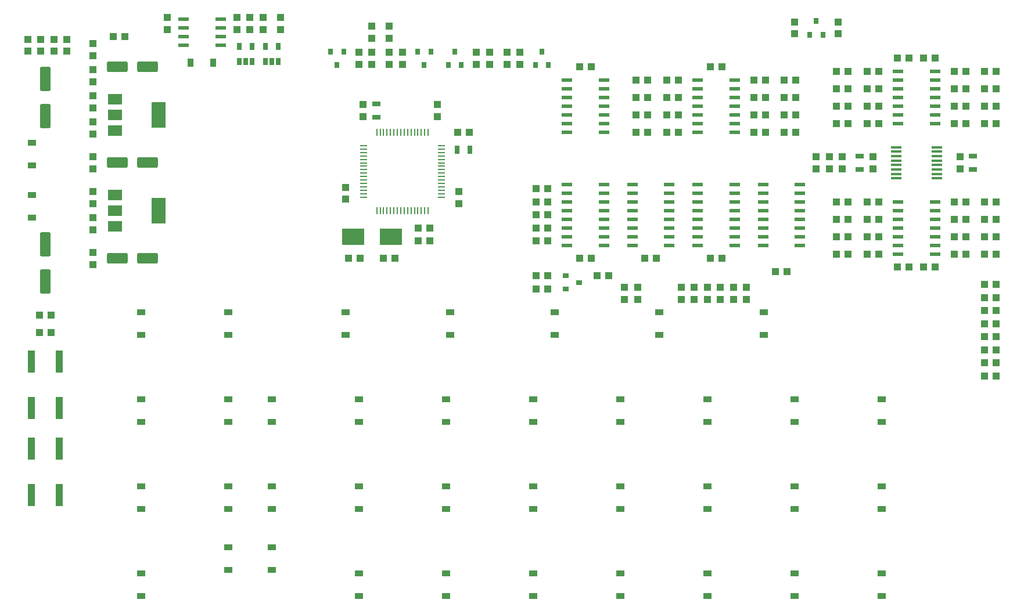
<source format=gtp>
G04 #@! TF.GenerationSoftware,KiCad,Pcbnew,6.0.1-79c1e3a40b~116~ubuntu21.04.1*
G04 #@! TF.CreationDate,2023-10-19T20:46:08+02:00*
G04 #@! TF.ProjectId,sequencer,73657175-656e-4636-9572-2e6b69636164,1.1*
G04 #@! TF.SameCoordinates,Original*
G04 #@! TF.FileFunction,Paste,Top*
G04 #@! TF.FilePolarity,Positive*
%FSLAX46Y46*%
G04 Gerber Fmt 4.6, Leading zero omitted, Abs format (unit mm)*
G04 Created by KiCad (PCBNEW 6.0.1-79c1e3a40b~116~ubuntu21.04.1) date 2023-10-19 20:46:08*
%MOMM*%
%LPD*%
G01*
G04 APERTURE LIST*
G04 Aperture macros list*
%AMRoundRect*
0 Rectangle with rounded corners*
0 $1 Rounding radius*
0 $2 $3 $4 $5 $6 $7 $8 $9 X,Y pos of 4 corners*
0 Add a 4 corners polygon primitive as box body*
4,1,4,$2,$3,$4,$5,$6,$7,$8,$9,$2,$3,0*
0 Add four circle primitives for the rounded corners*
1,1,$1+$1,$2,$3*
1,1,$1+$1,$4,$5*
1,1,$1+$1,$6,$7*
1,1,$1+$1,$8,$9*
0 Add four rect primitives between the rounded corners*
20,1,$1+$1,$2,$3,$4,$5,0*
20,1,$1+$1,$4,$5,$6,$7,0*
20,1,$1+$1,$6,$7,$8,$9,0*
20,1,$1+$1,$8,$9,$2,$3,0*%
G04 Aperture macros list end*
%ADD10R,1.200000X0.900000*%
%ADD11R,1.000000X1.000000*%
%ADD12R,0.700000X1.300000*%
%ADD13R,1.300000X0.700000*%
%ADD14R,0.900000X1.200000*%
%ADD15RoundRect,0.250000X-1.250000X-0.550000X1.250000X-0.550000X1.250000X0.550000X-1.250000X0.550000X0*%
%ADD16RoundRect,0.250000X0.550000X-1.500000X0.550000X1.500000X-0.550000X1.500000X-0.550000X-1.500000X0*%
%ADD17R,0.800000X0.900000*%
%ADD18R,0.900000X0.800000*%
%ADD19R,1.000000X3.200000*%
%ADD20R,1.550000X0.600000*%
%ADD21R,0.650000X1.060000*%
%ADD22R,1.500000X0.600000*%
%ADD23R,2.000000X1.500000*%
%ADD24R,2.000000X3.800000*%
%ADD25R,1.500000X0.450000*%
%ADD26R,0.250000X1.000000*%
%ADD27R,1.000000X0.250000*%
%ADD28R,3.325000X2.400000*%
G04 APERTURE END LIST*
D10*
X125095000Y-100710000D03*
X125095000Y-97410000D03*
X140335000Y-100710000D03*
X140335000Y-97410000D03*
X155575000Y-100710000D03*
X155575000Y-97410000D03*
X170815000Y-100710000D03*
X170815000Y-97410000D03*
X186055000Y-100710000D03*
X186055000Y-97410000D03*
X95250000Y-100710000D03*
X95250000Y-97410000D03*
X107950000Y-100710000D03*
X107950000Y-97410000D03*
X95250000Y-113410000D03*
X95250000Y-110110000D03*
X107950000Y-113410000D03*
X107950000Y-110110000D03*
X95250000Y-126110000D03*
X95250000Y-122810000D03*
X107950000Y-126110000D03*
X107950000Y-122810000D03*
X95250000Y-138810000D03*
X95250000Y-135510000D03*
X107950000Y-135000000D03*
X107950000Y-131700000D03*
X114300000Y-113410000D03*
X114300000Y-110110000D03*
X127000000Y-113410000D03*
X127000000Y-110110000D03*
X139700000Y-113410000D03*
X139700000Y-110110000D03*
X152400000Y-113410000D03*
X152400000Y-110110000D03*
X165100000Y-113410000D03*
X165100000Y-110110000D03*
X177800000Y-113410000D03*
X177800000Y-110110000D03*
X190500000Y-113410000D03*
X190500000Y-110110000D03*
X203200000Y-113410000D03*
X203200000Y-110110000D03*
X114300000Y-126110000D03*
X114300000Y-122810000D03*
X127000000Y-126110000D03*
X127000000Y-122810000D03*
X139700000Y-126110000D03*
X139700000Y-122810000D03*
X152400000Y-126110000D03*
X152400000Y-122810000D03*
X165100000Y-126110000D03*
X165100000Y-122810000D03*
X177800000Y-126110000D03*
X177800000Y-122810000D03*
X190500000Y-126110000D03*
X190500000Y-122810000D03*
X203200000Y-126110000D03*
X203200000Y-122810000D03*
X114300000Y-135000000D03*
X114300000Y-131700000D03*
X127000000Y-138810000D03*
X127000000Y-135510000D03*
X139700000Y-138810000D03*
X139700000Y-135510000D03*
X152400000Y-138810000D03*
X152400000Y-135510000D03*
X165100000Y-138810000D03*
X165100000Y-135510000D03*
X177800000Y-138810000D03*
X177800000Y-135510000D03*
X190500000Y-138810000D03*
X190500000Y-135510000D03*
X203200000Y-138810000D03*
X203200000Y-135510000D03*
D11*
X159170000Y-61595000D03*
X160870000Y-61595000D03*
X159170000Y-89535000D03*
X160870000Y-89535000D03*
X168695000Y-89535000D03*
X170395000Y-89535000D03*
X178220000Y-89535000D03*
X179920000Y-89535000D03*
X187745000Y-91440000D03*
X189445000Y-91440000D03*
D12*
X143190000Y-73660000D03*
X141290000Y-73660000D03*
D13*
X129540000Y-66995000D03*
X129540000Y-68895000D03*
D11*
X127215000Y-89535000D03*
X125515000Y-89535000D03*
X130595000Y-89535000D03*
X132295000Y-89535000D03*
X219925000Y-93345000D03*
X218225000Y-93345000D03*
X219925000Y-95250000D03*
X218225000Y-95250000D03*
X219925000Y-97155000D03*
X218225000Y-97155000D03*
X219925000Y-99060000D03*
X218225000Y-99060000D03*
X219925000Y-100965000D03*
X218225000Y-100965000D03*
X219925000Y-102870000D03*
X218225000Y-102870000D03*
X219925000Y-104775000D03*
X218225000Y-104775000D03*
X219925000Y-106680000D03*
X218225000Y-106680000D03*
X128905000Y-55665000D03*
X128905000Y-57365000D03*
X144145000Y-61175000D03*
X144145000Y-59475000D03*
X127000000Y-61175000D03*
X127000000Y-59475000D03*
X146050000Y-59475000D03*
X146050000Y-61175000D03*
X131445000Y-55665000D03*
X131445000Y-57365000D03*
X150495000Y-61175000D03*
X150495000Y-59475000D03*
X133350000Y-61175000D03*
X133350000Y-59475000D03*
X148590000Y-59475000D03*
X148590000Y-61175000D03*
X80430000Y-100330000D03*
X82130000Y-100330000D03*
X82130000Y-97790000D03*
X80430000Y-97790000D03*
X184570000Y-71120000D03*
X186270000Y-71120000D03*
X184570000Y-63500000D03*
X186270000Y-63500000D03*
X173570000Y-63500000D03*
X171870000Y-63500000D03*
X173570000Y-71120000D03*
X171870000Y-71120000D03*
X178220000Y-61595000D03*
X179920000Y-61595000D03*
X184570000Y-68580000D03*
X186270000Y-68580000D03*
X184570000Y-66040000D03*
X186270000Y-66040000D03*
X189015000Y-68580000D03*
X190715000Y-68580000D03*
X189015000Y-66040000D03*
X190715000Y-66040000D03*
X189015000Y-71120000D03*
X190715000Y-71120000D03*
X189015000Y-63500000D03*
X190715000Y-63500000D03*
X173570000Y-66040000D03*
X171870000Y-66040000D03*
X173570000Y-68580000D03*
X171870000Y-68580000D03*
X169125000Y-66040000D03*
X167425000Y-66040000D03*
X169125000Y-68580000D03*
X167425000Y-68580000D03*
X169125000Y-63500000D03*
X167425000Y-63500000D03*
X169125000Y-71120000D03*
X167425000Y-71120000D03*
D14*
X105790000Y-60960000D03*
X102490000Y-60960000D03*
D11*
X109220000Y-54395000D03*
X109220000Y-56095000D03*
X99060000Y-56095000D03*
X99060000Y-54395000D03*
X113030000Y-56095000D03*
X113030000Y-54395000D03*
X111125000Y-56095000D03*
X111125000Y-54395000D03*
X88265000Y-71335000D03*
X88265000Y-69635000D03*
X88265000Y-67525000D03*
X88265000Y-65825000D03*
X88265000Y-85305000D03*
X88265000Y-83605000D03*
X88265000Y-81495000D03*
X88265000Y-79795000D03*
X190500000Y-56730000D03*
X190500000Y-55030000D03*
X88265000Y-63715000D03*
X88265000Y-62015000D03*
X88265000Y-59905000D03*
X88265000Y-58205000D03*
D10*
X79375000Y-72645000D03*
X79375000Y-75945000D03*
D11*
X88265000Y-74715000D03*
X88265000Y-76415000D03*
X88265000Y-88685000D03*
X88265000Y-90385000D03*
X196850000Y-55030000D03*
X196850000Y-56730000D03*
X115570000Y-56095000D03*
X115570000Y-54395000D03*
D10*
X79375000Y-80265000D03*
X79375000Y-83565000D03*
D11*
X215480000Y-62230000D03*
X213780000Y-62230000D03*
X125095000Y-80860000D03*
X125095000Y-79160000D03*
X141605000Y-79795000D03*
X141605000Y-81495000D03*
X141390000Y-71120000D03*
X143090000Y-71120000D03*
X127635000Y-68795000D03*
X127635000Y-67095000D03*
X137375000Y-86995000D03*
X135675000Y-86995000D03*
X137375000Y-85090000D03*
X135675000Y-85090000D03*
X218225000Y-67310000D03*
X219925000Y-67310000D03*
X218225000Y-64770000D03*
X219925000Y-64770000D03*
X198335000Y-64770000D03*
X196635000Y-64770000D03*
X198335000Y-67310000D03*
X196635000Y-67310000D03*
X218225000Y-86360000D03*
X219925000Y-86360000D03*
X218225000Y-83820000D03*
X219925000Y-83820000D03*
X198335000Y-83820000D03*
X196635000Y-83820000D03*
X198335000Y-86360000D03*
X196635000Y-86360000D03*
X209335000Y-60325000D03*
X211035000Y-60325000D03*
X209335000Y-90805000D03*
X211035000Y-90805000D03*
X205525000Y-60325000D03*
X207225000Y-60325000D03*
X205525000Y-90805000D03*
X207225000Y-90805000D03*
X215480000Y-69850000D03*
X213780000Y-69850000D03*
X201080000Y-62230000D03*
X202780000Y-62230000D03*
X201080000Y-69850000D03*
X202780000Y-69850000D03*
X219925000Y-69850000D03*
X218225000Y-69850000D03*
X215480000Y-67310000D03*
X213780000Y-67310000D03*
X219925000Y-62230000D03*
X218225000Y-62230000D03*
X215480000Y-64770000D03*
X213780000Y-64770000D03*
X196635000Y-62230000D03*
X198335000Y-62230000D03*
X201080000Y-64770000D03*
X202780000Y-64770000D03*
X196635000Y-69850000D03*
X198335000Y-69850000D03*
X201080000Y-67310000D03*
X202780000Y-67310000D03*
X215499434Y-88900000D03*
X213799434Y-88900000D03*
X215499434Y-81280000D03*
X213799434Y-81280000D03*
X201080000Y-81280000D03*
X202780000Y-81280000D03*
X201080000Y-88900000D03*
X202780000Y-88900000D03*
X219925000Y-88900000D03*
X218225000Y-88900000D03*
X215480000Y-86360000D03*
X213780000Y-86360000D03*
X219925000Y-81280000D03*
X218225000Y-81280000D03*
X215480000Y-83820000D03*
X213780000Y-83820000D03*
X196635000Y-81280000D03*
X198335000Y-81280000D03*
X201099434Y-83820000D03*
X202799434Y-83820000D03*
X196635000Y-88900000D03*
X198335000Y-88900000D03*
X201080000Y-86360000D03*
X202780000Y-86360000D03*
X152820000Y-81280000D03*
X154520000Y-81280000D03*
X152820000Y-83185000D03*
X154520000Y-83185000D03*
X152820000Y-85090000D03*
X154520000Y-85090000D03*
X152820000Y-86995000D03*
X154520000Y-86995000D03*
X152820000Y-79375000D03*
X154520000Y-79375000D03*
X183515000Y-95465000D03*
X183515000Y-93765000D03*
X181610000Y-95465000D03*
X181610000Y-93765000D03*
X179705000Y-95465000D03*
X179705000Y-93765000D03*
X177800000Y-95465000D03*
X177800000Y-93765000D03*
X175895000Y-95465000D03*
X175895000Y-93765000D03*
X173990000Y-95465000D03*
X173990000Y-93765000D03*
X167640000Y-95465000D03*
X167640000Y-93765000D03*
X165735000Y-95465000D03*
X165735000Y-93765000D03*
D13*
X200025000Y-76515000D03*
X200025000Y-74615000D03*
D11*
X201930000Y-76415000D03*
X201930000Y-74715000D03*
X214630000Y-76415000D03*
X214630000Y-74715000D03*
D13*
X216535000Y-76515000D03*
X216535000Y-74615000D03*
D11*
X197485000Y-74715000D03*
X197485000Y-76415000D03*
X195580000Y-76415000D03*
X195580000Y-74715000D03*
X193675000Y-74715000D03*
X193675000Y-76415000D03*
X78740000Y-57570000D03*
X78740000Y-59270000D03*
X80645000Y-57570000D03*
X80645000Y-59270000D03*
X82550000Y-57570000D03*
X82550000Y-59270000D03*
X84455000Y-57570000D03*
X84455000Y-59270000D03*
X163410000Y-92075000D03*
X161710000Y-92075000D03*
X92925000Y-57150000D03*
X91225000Y-57150000D03*
X154520000Y-92075000D03*
X152820000Y-92075000D03*
X154520000Y-93980000D03*
X152820000Y-93980000D03*
X138430000Y-68795000D03*
X138430000Y-67095000D03*
X128905000Y-61175000D03*
X128905000Y-59475000D03*
X131445000Y-61175000D03*
X131445000Y-59475000D03*
D15*
X91780000Y-61595000D03*
X96180000Y-61595000D03*
D16*
X81280000Y-68740000D03*
X81280000Y-63340000D03*
D15*
X91780000Y-75565000D03*
X96180000Y-75565000D03*
X91780000Y-89535000D03*
X96180000Y-89535000D03*
D16*
X81280000Y-92870000D03*
X81280000Y-87470000D03*
D17*
X192725000Y-56880000D03*
X194625000Y-56880000D03*
X193675000Y-54880000D03*
X124775000Y-59325000D03*
X122875000Y-59325000D03*
X123825000Y-61325000D03*
X137475000Y-59325000D03*
X135575000Y-59325000D03*
X136525000Y-61325000D03*
X140020000Y-61325000D03*
X141920000Y-61325000D03*
X140970000Y-59325000D03*
X152720000Y-61325000D03*
X154620000Y-61325000D03*
X153670000Y-59325000D03*
D18*
X157115000Y-92075000D03*
X157115000Y-93975000D03*
X159115000Y-93025000D03*
D19*
X79280000Y-111350000D03*
X79280000Y-104550000D03*
X83280000Y-111350000D03*
X83280000Y-104550000D03*
X83280000Y-124050000D03*
X83280000Y-117250000D03*
X79280000Y-124050000D03*
X79280000Y-117250000D03*
D20*
X101440000Y-54610000D03*
X101440000Y-55880000D03*
X101440000Y-57150000D03*
X101440000Y-58420000D03*
X106840000Y-58420000D03*
X106840000Y-57150000D03*
X106840000Y-55880000D03*
X106840000Y-54610000D03*
D21*
X109540000Y-60790000D03*
X110490000Y-60790000D03*
X111440000Y-60790000D03*
X111440000Y-58590000D03*
X109540000Y-58590000D03*
X113350000Y-60790000D03*
X114300000Y-60790000D03*
X115250000Y-60790000D03*
X115250000Y-58590000D03*
X113350000Y-58590000D03*
D22*
X210980000Y-69850000D03*
X210980000Y-68580000D03*
X210980000Y-67310000D03*
X210980000Y-66040000D03*
X210980000Y-64770000D03*
X210980000Y-63500000D03*
X210980000Y-62230000D03*
X205580000Y-62230000D03*
X205580000Y-63500000D03*
X205580000Y-64770000D03*
X205580000Y-66040000D03*
X205580000Y-67310000D03*
X205580000Y-68580000D03*
X205580000Y-69850000D03*
X157320000Y-63500000D03*
X157320000Y-64770000D03*
X157320000Y-66040000D03*
X157320000Y-67310000D03*
X157320000Y-68580000D03*
X157320000Y-69850000D03*
X157320000Y-71120000D03*
X162720000Y-71120000D03*
X162720000Y-69850000D03*
X162720000Y-68580000D03*
X162720000Y-67310000D03*
X162720000Y-66040000D03*
X162720000Y-64770000D03*
X162720000Y-63500000D03*
X181770000Y-71120000D03*
X181770000Y-69850000D03*
X181770000Y-68580000D03*
X181770000Y-67310000D03*
X181770000Y-66040000D03*
X181770000Y-64770000D03*
X181770000Y-63500000D03*
X176370000Y-63500000D03*
X176370000Y-64770000D03*
X176370000Y-66040000D03*
X176370000Y-67310000D03*
X176370000Y-68580000D03*
X176370000Y-69850000D03*
X176370000Y-71120000D03*
D23*
X91465000Y-66280000D03*
X91465000Y-68580000D03*
D24*
X97765000Y-68580000D03*
D23*
X91465000Y-70880000D03*
D25*
X205330000Y-73290000D03*
X205330000Y-73940000D03*
X205330000Y-74590000D03*
X205330000Y-75240000D03*
X205330000Y-75890000D03*
X205330000Y-76540000D03*
X205330000Y-77190000D03*
X205330000Y-77840000D03*
X211230000Y-77840000D03*
X211230000Y-77190000D03*
X211230000Y-76540000D03*
X211230000Y-75890000D03*
X211230000Y-75240000D03*
X211230000Y-74590000D03*
X211230000Y-73940000D03*
X211230000Y-73290000D03*
D26*
X129600000Y-82520000D03*
X130100000Y-82520000D03*
X130600000Y-82520000D03*
X131100000Y-82520000D03*
X131600000Y-82520000D03*
X132100000Y-82520000D03*
X132600000Y-82520000D03*
X133100000Y-82520000D03*
X133600000Y-82520000D03*
X134100000Y-82520000D03*
X134600000Y-82520000D03*
X135100000Y-82520000D03*
X135600000Y-82520000D03*
X136100000Y-82520000D03*
X136600000Y-82520000D03*
X137100000Y-82520000D03*
D27*
X139050000Y-80570000D03*
X139050000Y-80070000D03*
X139050000Y-79570000D03*
X139050000Y-79070000D03*
X139050000Y-78570000D03*
X139050000Y-78070000D03*
X139050000Y-77570000D03*
X139050000Y-77070000D03*
X139050000Y-76570000D03*
X139050000Y-76070000D03*
X139050000Y-75570000D03*
X139050000Y-75070000D03*
X139050000Y-74570000D03*
X139050000Y-74070000D03*
X139050000Y-73570000D03*
X139050000Y-73070000D03*
D26*
X137100000Y-71120000D03*
X136600000Y-71120000D03*
X136100000Y-71120000D03*
X135600000Y-71120000D03*
X135100000Y-71120000D03*
X134600000Y-71120000D03*
X134100000Y-71120000D03*
X133600000Y-71120000D03*
X133100000Y-71120000D03*
X132600000Y-71120000D03*
X132100000Y-71120000D03*
X131600000Y-71120000D03*
X131100000Y-71120000D03*
X130600000Y-71120000D03*
X130100000Y-71120000D03*
X129600000Y-71120000D03*
D27*
X127650000Y-73070000D03*
X127650000Y-73570000D03*
X127650000Y-74070000D03*
X127650000Y-74570000D03*
X127650000Y-75070000D03*
X127650000Y-75570000D03*
X127650000Y-76070000D03*
X127650000Y-76570000D03*
X127650000Y-77070000D03*
X127650000Y-77570000D03*
X127650000Y-78070000D03*
X127650000Y-78570000D03*
X127650000Y-79070000D03*
X127650000Y-79570000D03*
X127650000Y-80070000D03*
X127650000Y-80570000D03*
D23*
X91465000Y-80250000D03*
D24*
X97765000Y-82550000D03*
D23*
X91465000Y-82550000D03*
X91465000Y-84850000D03*
D22*
X162720000Y-87630000D03*
X162720000Y-86360000D03*
X162720000Y-85090000D03*
X162720000Y-83820000D03*
X162720000Y-82550000D03*
X162720000Y-81280000D03*
X162720000Y-80010000D03*
X162720000Y-78740000D03*
X157320000Y-78740000D03*
X157320000Y-80010000D03*
X157320000Y-81280000D03*
X157320000Y-82550000D03*
X157320000Y-83820000D03*
X157320000Y-85090000D03*
X157320000Y-86360000D03*
X157320000Y-87630000D03*
X172245000Y-87630000D03*
X172245000Y-86360000D03*
X172245000Y-85090000D03*
X172245000Y-83820000D03*
X172245000Y-82550000D03*
X172245000Y-81280000D03*
X172245000Y-80010000D03*
X172245000Y-78740000D03*
X166845000Y-78740000D03*
X166845000Y-80010000D03*
X166845000Y-81280000D03*
X166845000Y-82550000D03*
X166845000Y-83820000D03*
X166845000Y-85090000D03*
X166845000Y-86360000D03*
X166845000Y-87630000D03*
X181770000Y-87630000D03*
X181770000Y-86360000D03*
X181770000Y-85090000D03*
X181770000Y-83820000D03*
X181770000Y-82550000D03*
X181770000Y-81280000D03*
X181770000Y-80010000D03*
X181770000Y-78740000D03*
X176370000Y-78740000D03*
X176370000Y-80010000D03*
X176370000Y-81280000D03*
X176370000Y-82550000D03*
X176370000Y-83820000D03*
X176370000Y-85090000D03*
X176370000Y-86360000D03*
X176370000Y-87630000D03*
X191295000Y-87630000D03*
X191295000Y-86360000D03*
X191295000Y-85090000D03*
X191295000Y-83820000D03*
X191295000Y-82550000D03*
X191295000Y-81280000D03*
X191295000Y-80010000D03*
X191295000Y-78740000D03*
X185895000Y-78740000D03*
X185895000Y-80010000D03*
X185895000Y-81280000D03*
X185895000Y-82550000D03*
X185895000Y-83820000D03*
X185895000Y-85090000D03*
X185895000Y-86360000D03*
X185895000Y-87630000D03*
X210999434Y-88900000D03*
X210999434Y-87630000D03*
X210999434Y-86360000D03*
X210999434Y-85090000D03*
X210999434Y-83820000D03*
X210999434Y-82550000D03*
X210999434Y-81280000D03*
X205599434Y-81280000D03*
X205599434Y-82550000D03*
X205599434Y-83820000D03*
X205599434Y-85090000D03*
X205599434Y-86360000D03*
X205599434Y-87630000D03*
X205599434Y-88900000D03*
D28*
X131667500Y-86360000D03*
X126142500Y-86360000D03*
M02*

</source>
